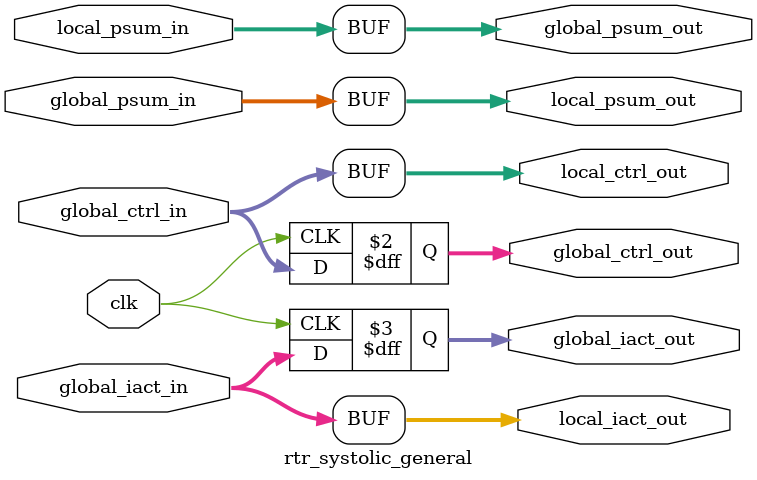
<source format=sv>
`include "defs.sv"


module rtr_systolic_general #(I_WIDTH=8, W_WIDTH=8, P_WIDTH=20, CTRL_WIDTH=9) (
	input clk,
	// global
	input [CTRL_WIDTH-1:0] global_ctrl_in,
	output logic [CTRL_WIDTH-1:0] global_ctrl_out,
	input [I_WIDTH-1:0] global_iact_in,
	output logic [I_WIDTH-1:0] global_iact_out,
	input [P_WIDTH-1:0] global_psum_in,
	output logic [P_WIDTH-1:0] global_psum_out,
	// local
	output logic [CTRL_WIDTH-1:0] local_ctrl_out,
	output logic [I_WIDTH-1:0] local_iact_out,
	output logic [P_WIDTH-1:0] local_psum_out,
	input [P_WIDTH-1:0] local_psum_in
	);

	always_ff @(posedge clk) begin : systolic
		global_iact_out <= global_iact_in;
		global_ctrl_out <= global_ctrl_in; 
	end

	assign local_psum_out = global_psum_in;
	assign global_psum_out = local_psum_in;
	assign local_iact_out = global_iact_in;
	assign local_ctrl_out = global_ctrl_in;

endmodule

</source>
